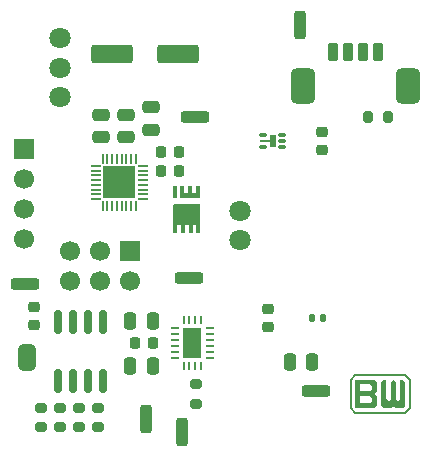
<source format=gbr>
%TF.GenerationSoftware,KiCad,Pcbnew,9.0.3*%
%TF.CreationDate,2025-08-23T17:43:30+02:00*%
%TF.ProjectId,USBPanel,55534250-616e-4656-9c2e-6b696361645f,rev?*%
%TF.SameCoordinates,Original*%
%TF.FileFunction,Soldermask,Top*%
%TF.FilePolarity,Negative*%
%FSLAX46Y46*%
G04 Gerber Fmt 4.6, Leading zero omitted, Abs format (unit mm)*
G04 Created by KiCad (PCBNEW 9.0.3) date 2025-08-23 17:43:30*
%MOMM*%
%LPD*%
G01*
G04 APERTURE LIST*
G04 Aperture macros list*
%AMRoundRect*
0 Rectangle with rounded corners*
0 $1 Rounding radius*
0 $2 $3 $4 $5 $6 $7 $8 $9 X,Y pos of 4 corners*
0 Add a 4 corners polygon primitive as box body*
4,1,4,$2,$3,$4,$5,$6,$7,$8,$9,$2,$3,0*
0 Add four circle primitives for the rounded corners*
1,1,$1+$1,$2,$3*
1,1,$1+$1,$4,$5*
1,1,$1+$1,$6,$7*
1,1,$1+$1,$8,$9*
0 Add four rect primitives between the rounded corners*
20,1,$1+$1,$2,$3,$4,$5,0*
20,1,$1+$1,$4,$5,$6,$7,0*
20,1,$1+$1,$6,$7,$8,$9,0*
20,1,$1+$1,$8,$9,$2,$3,0*%
%AMFreePoly0*
4,1,29,0.719134,0.496194,0.746194,0.469134,0.750000,0.450000,0.750000,-0.450000,0.746194,-0.469134,0.719134,-0.496194,0.700000,-0.500000,0.300000,-0.500000,0.280866,-0.496194,0.253806,-0.469134,0.250000,-0.450000,0.250000,-0.125000,-0.562500,-0.125000,-0.576851,-0.122145,-0.589017,-0.114017,-0.597145,-0.101851,-0.600000,-0.087500,-0.600000,0.087500,-0.597145,0.101851,-0.589017,0.114017,
-0.576851,0.122145,-0.562500,0.125000,0.250000,0.125000,0.250000,0.450000,0.253806,0.469134,0.280866,0.496194,0.300000,0.500000,0.700000,0.500000,0.719134,0.496194,0.719134,0.496194,$1*%
%AMFreePoly1*
4,1,37,0.789134,0.496194,0.816194,0.469134,0.820000,0.450000,0.820000,-0.450000,0.816194,-0.469134,0.789134,-0.496194,0.770000,-0.500000,0.530000,-0.500000,0.510866,-0.496194,0.483806,-0.469134,0.480000,-0.450000,0.480000,0.050000,0.170000,0.050000,0.170000,-0.450000,0.166194,-0.469134,0.139134,-0.496194,0.120000,-0.500000,-0.120000,-0.500000,-0.139134,-0.496194,-0.166194,-0.469134,
-0.170000,-0.450000,-0.170000,0.050000,-0.480000,0.050000,-0.480000,-0.450000,-0.483806,-0.469134,-0.510866,-0.496194,-0.530000,-0.500000,-0.770000,-0.500000,-0.789134,-0.496194,-0.816194,-0.469134,-0.820000,-0.450000,-0.820000,0.450000,-0.816194,0.469134,-0.789134,0.496194,-0.770000,0.500000,0.770000,0.500000,0.789134,0.496194,0.789134,0.496194,$1*%
%AMFreePoly2*
4,1,47,-0.830866,1.896194,-0.803806,1.869134,-0.800000,1.850000,-0.800000,1.150000,-0.490000,1.150000,-0.490000,1.850000,-0.486194,1.869134,-0.459134,1.896194,-0.440000,1.900000,-0.200000,1.900000,-0.180866,1.896194,-0.153806,1.869134,-0.150000,1.850000,-0.150000,1.150000,0.160000,1.150000,0.160000,1.850000,0.163806,1.869134,0.190866,1.896194,0.210000,1.900000,0.450000,1.900000,
0.469134,1.896194,0.496194,1.869134,0.500000,1.850000,0.500000,1.150000,0.810000,1.150000,0.810000,1.850000,0.813806,1.869134,0.840866,1.896194,0.860000,1.900000,1.100000,1.900000,1.119134,1.896194,1.146194,1.869134,1.150000,1.850000,1.150000,-0.510000,1.146194,-0.529134,1.119134,-0.556194,1.100000,-0.560000,-1.090000,-0.560000,-1.109134,-0.556194,-1.136194,-0.529134,
-1.140000,-0.510000,-1.140000,1.850000,-1.136194,1.869134,-1.109134,1.896194,-1.090000,1.900000,-0.850000,1.900000,-0.830866,1.896194,-0.830866,1.896194,$1*%
%AMFreePoly3*
4,1,23,0.500000,-0.750000,0.000000,-0.750000,0.000000,-0.745722,-0.065263,-0.745722,-0.191342,-0.711940,-0.304381,-0.646677,-0.396677,-0.554381,-0.461940,-0.441342,-0.495722,-0.315263,-0.495722,-0.250000,-0.500000,-0.250000,-0.500000,0.250000,-0.495722,0.250000,-0.495722,0.315263,-0.461940,0.441342,-0.396677,0.554381,-0.304381,0.646677,-0.191342,0.711940,-0.065263,0.745722,0.000000,0.745722,
0.000000,0.750000,0.500000,0.750000,0.500000,-0.750000,0.500000,-0.750000,$1*%
%AMFreePoly4*
4,1,23,0.000000,0.745722,0.065263,0.745722,0.191342,0.711940,0.304381,0.646677,0.396677,0.554381,0.461940,0.441342,0.495722,0.315263,0.495722,0.250000,0.500000,0.250000,0.500000,-0.250000,0.495722,-0.250000,0.495722,-0.315263,0.461940,-0.441342,0.396677,-0.554381,0.304381,-0.646677,0.191342,-0.711940,0.065263,-0.745722,0.000000,-0.745722,0.000000,-0.750000,-0.500000,-0.750000,
-0.500000,0.750000,0.000000,0.750000,0.000000,0.745722,0.000000,0.745722,$1*%
G04 Aperture macros list end*
%ADD10C,0.150000*%
%ADD11C,0.000000*%
%ADD12RoundRect,0.200000X0.200000X0.275000X-0.200000X0.275000X-0.200000X-0.275000X0.200000X-0.275000X0*%
%ADD13RoundRect,0.237500X0.237500X-0.987500X0.237500X0.987500X-0.237500X0.987500X-0.237500X-0.987500X0*%
%ADD14R,1.700000X1.700000*%
%ADD15C,1.700000*%
%ADD16C,1.800000*%
%ADD17RoundRect,0.200000X-0.275000X0.200000X-0.275000X-0.200000X0.275000X-0.200000X0.275000X0.200000X0*%
%ADD18RoundRect,0.037500X-0.262500X-0.087500X0.262500X-0.087500X0.262500X0.087500X-0.262500X0.087500X0*%
%ADD19FreePoly0,0.000000*%
%ADD20FreePoly1,180.000000*%
%ADD21FreePoly2,180.000000*%
%ADD22RoundRect,0.034000X0.136000X0.466000X-0.136000X0.466000X-0.136000X-0.466000X0.136000X-0.466000X0*%
%ADD23RoundRect,0.250000X0.250000X0.475000X-0.250000X0.475000X-0.250000X-0.475000X0.250000X-0.475000X0*%
%ADD24RoundRect,0.237500X-0.987500X-0.237500X0.987500X-0.237500X0.987500X0.237500X-0.987500X0.237500X0*%
%ADD25RoundRect,0.225000X-0.250000X0.225000X-0.250000X-0.225000X0.250000X-0.225000X0.250000X0.225000X0*%
%ADD26RoundRect,0.225000X-0.225000X-0.250000X0.225000X-0.250000X0.225000X0.250000X-0.225000X0.250000X0*%
%ADD27RoundRect,0.250000X-1.500000X-0.550000X1.500000X-0.550000X1.500000X0.550000X-1.500000X0.550000X0*%
%ADD28RoundRect,0.225000X0.225000X0.250000X-0.225000X0.250000X-0.225000X-0.250000X0.225000X-0.250000X0*%
%ADD29RoundRect,0.050000X-0.337500X-0.050000X0.337500X-0.050000X0.337500X0.050000X-0.337500X0.050000X0*%
%ADD30RoundRect,0.050000X-0.050000X-0.337500X0.050000X-0.337500X0.050000X0.337500X-0.050000X0.337500X0*%
%ADD31R,2.800000X2.800000*%
%ADD32RoundRect,0.250000X0.475000X-0.250000X0.475000X0.250000X-0.475000X0.250000X-0.475000X-0.250000X0*%
%ADD33RoundRect,0.150000X0.150000X-0.825000X0.150000X0.825000X-0.150000X0.825000X-0.150000X-0.825000X0*%
%ADD34RoundRect,0.050000X-0.300000X-0.050000X0.300000X-0.050000X0.300000X0.050000X-0.300000X0.050000X0*%
%ADD35RoundRect,0.050000X0.050000X-0.300000X0.050000X0.300000X-0.050000X0.300000X-0.050000X-0.300000X0*%
%ADD36RoundRect,0.050000X-0.750000X-1.250000X0.750000X-1.250000X0.750000X1.250000X-0.750000X1.250000X0*%
%ADD37RoundRect,0.225000X0.250000X-0.225000X0.250000X0.225000X-0.250000X0.225000X-0.250000X-0.225000X0*%
%ADD38RoundRect,0.147500X-0.147500X-0.172500X0.147500X-0.172500X0.147500X0.172500X-0.147500X0.172500X0*%
%ADD39RoundRect,0.237500X-0.237500X0.987500X-0.237500X-0.987500X0.237500X-0.987500X0.237500X0.987500X0*%
%ADD40FreePoly3,90.000000*%
%ADD41FreePoly4,90.000000*%
%ADD42RoundRect,0.200000X-0.200000X-0.600000X0.200000X-0.600000X0.200000X0.600000X-0.200000X0.600000X0*%
%ADD43RoundRect,0.525000X-0.525000X-0.975000X0.525000X-0.975000X0.525000X0.975000X-0.525000X0.975000X0*%
G04 APERTURE END LIST*
D10*
%TO.C,REF\u002A\u002A*%
X164700000Y-112700000D02*
X164700000Y-115100000D01*
X164300000Y-115500000D01*
X160100000Y-115500000D01*
X159700000Y-115100000D01*
X159700000Y-112700000D01*
X160100000Y-112300000D01*
X164300000Y-112300000D01*
X164700000Y-112700000D01*
D11*
G36*
X161900000Y-112900000D02*
G01*
X161900000Y-113700000D01*
X161300000Y-113700000D01*
X161500000Y-113500000D01*
X161500000Y-113300000D01*
X161300000Y-113100000D01*
X160500000Y-113100000D01*
X160500000Y-113700000D01*
X160100000Y-113700000D01*
X160100000Y-112700000D01*
X161700000Y-112700000D01*
X161900000Y-112900000D01*
G37*
G36*
X161900000Y-114900000D02*
G01*
X161700000Y-115100000D01*
X160100000Y-115100000D01*
X160100000Y-114100000D01*
X160500000Y-114100000D01*
X160500000Y-114700000D01*
X161300000Y-114700000D01*
X161500000Y-114500000D01*
X161500000Y-114300000D01*
X161300000Y-114100000D01*
X160500000Y-114100000D01*
X160100000Y-114100000D01*
X160100000Y-113700000D01*
X161900000Y-113700000D01*
X161700000Y-113900000D01*
X161900000Y-114100000D01*
X161900000Y-114900000D01*
G37*
G36*
X162700000Y-114300000D02*
G01*
X162900000Y-114500000D01*
X163100000Y-114300000D01*
X163100000Y-112900000D01*
X163300000Y-112700000D01*
X163500000Y-112900000D01*
X163500000Y-114300000D01*
X163700000Y-114500000D01*
X163900000Y-114300000D01*
X163900000Y-112700000D01*
X164100000Y-112700000D01*
X164300000Y-112900000D01*
X164300000Y-114900000D01*
X164100000Y-115100000D01*
X163500000Y-115100000D01*
X163300000Y-114900000D01*
X163100000Y-115100000D01*
X162500000Y-115100000D01*
X162300000Y-114900000D01*
X162300000Y-112900000D01*
X162500000Y-112700000D01*
X162700000Y-112700000D01*
X162700000Y-114300000D01*
G37*
%TO.C,JP1*%
G36*
X131550000Y-110950000D02*
G01*
X133050000Y-110950000D01*
X133050000Y-110650000D01*
X131550000Y-110650000D01*
X131550000Y-110950000D01*
G37*
%TD*%
D12*
%TO.C,R20*%
X162825000Y-90500000D03*
X161175000Y-90500000D03*
%TD*%
D13*
%TO.C,TP7*%
X145400000Y-117100000D03*
%TD*%
D14*
%TO.C,J6*%
X132000000Y-93200000D03*
D15*
X132000000Y-95740000D03*
X132000000Y-98280000D03*
X132000000Y-100820000D03*
%TD*%
D16*
%TO.C,J5*%
X150300000Y-100900000D03*
X150300000Y-98400000D03*
%TD*%
D17*
%TO.C,R8*%
X135100000Y-115075000D03*
X135100000Y-116725000D03*
%TD*%
D14*
%TO.C,J7*%
X141040000Y-101825000D03*
D15*
X141040000Y-104365000D03*
X138500000Y-101825000D03*
X138500000Y-104365000D03*
X135960000Y-101825000D03*
X135960000Y-104365000D03*
%TD*%
D18*
%TO.C,U2*%
X152300000Y-92000000D03*
D19*
X152600000Y-92500000D03*
D18*
X152300000Y-93000000D03*
X153900000Y-93000000D03*
X153900000Y-92500000D03*
X153900000Y-92000000D03*
%TD*%
D20*
%TO.C,Q1*%
X146125000Y-96800000D03*
D21*
X145805000Y-98400000D03*
D22*
X144825000Y-96800000D03*
%TD*%
D17*
%TO.C,R7*%
X133500000Y-115075000D03*
X133500000Y-116725000D03*
%TD*%
D23*
%TO.C,C12*%
X156450000Y-111200000D03*
X154550000Y-111200000D03*
%TD*%
D24*
%TO.C,TP4*%
X146500000Y-90500000D03*
%TD*%
D17*
%TO.C,R11*%
X146600000Y-113075000D03*
X146600000Y-114725000D03*
%TD*%
D23*
%TO.C,C16*%
X142950000Y-111500000D03*
X141050000Y-111500000D03*
%TD*%
D25*
%TO.C,C8*%
X157300000Y-91725000D03*
X157300000Y-93275000D03*
%TD*%
D26*
%TO.C,C10*%
X143625000Y-93400000D03*
X145175000Y-93400000D03*
%TD*%
D27*
%TO.C,C6*%
X139500000Y-85100000D03*
X145100000Y-85100000D03*
%TD*%
D28*
%TO.C,C14*%
X142975000Y-109600000D03*
X141425000Y-109600000D03*
%TD*%
D29*
%TO.C,U1*%
X138112500Y-94600000D03*
X138112500Y-95000000D03*
X138112500Y-95400000D03*
X138112500Y-95800000D03*
X138112500Y-96200000D03*
X138112500Y-96600000D03*
X138112500Y-97000000D03*
X138112500Y-97400000D03*
D30*
X138700000Y-97987500D03*
X139100000Y-97987500D03*
X139500000Y-97987500D03*
X139900000Y-97987500D03*
X140300000Y-97987500D03*
X140700000Y-97987500D03*
X141100000Y-97987500D03*
X141500000Y-97987500D03*
D29*
X142087500Y-97400000D03*
X142087500Y-97000000D03*
X142087500Y-96600000D03*
X142087500Y-96200000D03*
X142087500Y-95800000D03*
X142087500Y-95400000D03*
X142087500Y-95000000D03*
X142087500Y-94600000D03*
D30*
X141500000Y-94012500D03*
X141100000Y-94012500D03*
X140700000Y-94012500D03*
X140300000Y-94012500D03*
X139900000Y-94012500D03*
X139500000Y-94012500D03*
X139100000Y-94012500D03*
X138700000Y-94012500D03*
D31*
X140100000Y-96000000D03*
%TD*%
D17*
%TO.C,R10*%
X138300000Y-115075000D03*
X138300000Y-116725000D03*
%TD*%
D32*
%TO.C,C5*%
X140700000Y-92150000D03*
X140700000Y-90250000D03*
%TD*%
D24*
%TO.C,TP6*%
X146000000Y-104100000D03*
%TD*%
D33*
%TO.C,U3*%
X134895000Y-112775000D03*
X136165000Y-112775000D03*
X137435000Y-112775000D03*
X138705000Y-112775000D03*
X138705000Y-107825000D03*
X137435000Y-107825000D03*
X136165000Y-107825000D03*
X134895000Y-107825000D03*
%TD*%
D34*
%TO.C,U4*%
X144850000Y-108350000D03*
X144850000Y-108850000D03*
X144850000Y-109350000D03*
X144850000Y-109850000D03*
X144850000Y-110350000D03*
X144850000Y-110850000D03*
D35*
X145550000Y-111550000D03*
X146050000Y-111550000D03*
X146550000Y-111550000D03*
X147050000Y-111550000D03*
D34*
X147750000Y-110850000D03*
X147750000Y-110350000D03*
X147750000Y-109850000D03*
X147750000Y-109350000D03*
X147750000Y-108850000D03*
X147750000Y-108350000D03*
D35*
X147050000Y-107650000D03*
X146550000Y-107650000D03*
X146050000Y-107650000D03*
X145550000Y-107650000D03*
D36*
X146300000Y-109600000D03*
%TD*%
D23*
%TO.C,C15*%
X142950000Y-107700000D03*
X141050000Y-107700000D03*
%TD*%
D37*
%TO.C,C13*%
X152700000Y-108275000D03*
X152700000Y-106725000D03*
%TD*%
D32*
%TO.C,C4*%
X138600000Y-92150000D03*
X138600000Y-90250000D03*
%TD*%
D16*
%TO.C,J3*%
X135100000Y-83800000D03*
X135100000Y-86300000D03*
X135100000Y-88800000D03*
%TD*%
D38*
%TO.C,D1*%
X156415000Y-107500000D03*
X157385000Y-107500000D03*
%TD*%
D13*
%TO.C,TP2*%
X142400000Y-116000000D03*
%TD*%
D24*
%TO.C,TP1*%
X132100000Y-104600000D03*
%TD*%
D26*
%TO.C,C9*%
X143625000Y-95000000D03*
X145175000Y-95000000D03*
%TD*%
D37*
%TO.C,C11*%
X132900000Y-108075000D03*
X132900000Y-106525000D03*
%TD*%
D24*
%TO.C,TP5*%
X156800000Y-113700000D03*
%TD*%
D39*
%TO.C,TP3*%
X155400000Y-82700000D03*
%TD*%
D40*
%TO.C,JP1*%
X132300000Y-111450000D03*
D41*
X132300000Y-110150000D03*
%TD*%
D32*
%TO.C,C7*%
X142800000Y-91550000D03*
X142800000Y-89650000D03*
%TD*%
D17*
%TO.C,R9*%
X136700000Y-115075000D03*
X136700000Y-116725000D03*
%TD*%
D42*
%TO.C,J4*%
X161975000Y-84950000D03*
X160725000Y-84950000D03*
X159475000Y-84950000D03*
X158225000Y-84950000D03*
D43*
X155675000Y-87850000D03*
X164525000Y-87850000D03*
%TD*%
M02*

</source>
